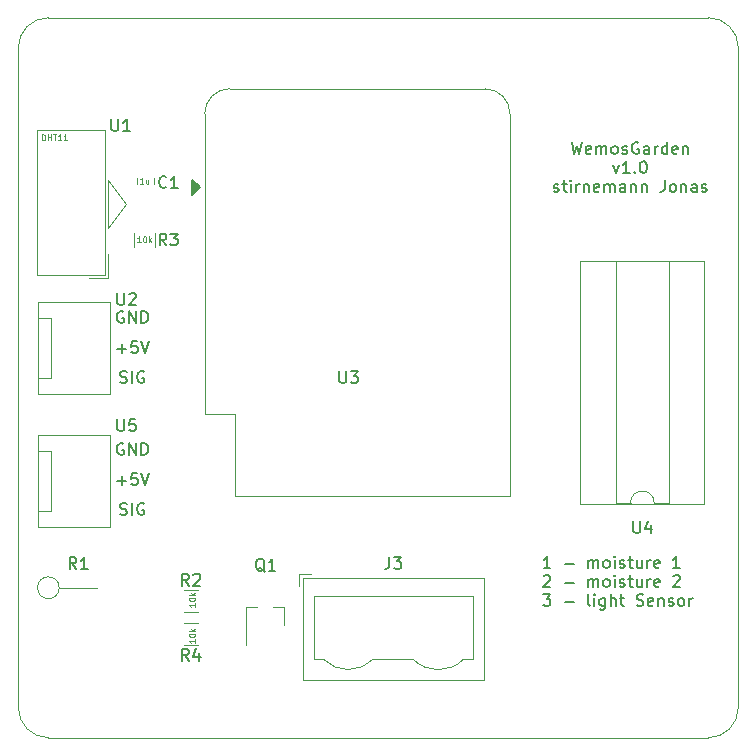
<source format=gbr>
G04 #@! TF.GenerationSoftware,KiCad,Pcbnew,(6.0.8)*
G04 #@! TF.CreationDate,2022-10-28T18:58:48+02:00*
G04 #@! TF.ProjectId,gardenWemos,67617264-656e-4576-956d-6f732e6b6963,rev?*
G04 #@! TF.SameCoordinates,Original*
G04 #@! TF.FileFunction,Legend,Top*
G04 #@! TF.FilePolarity,Positive*
%FSLAX46Y46*%
G04 Gerber Fmt 4.6, Leading zero omitted, Abs format (unit mm)*
G04 Created by KiCad (PCBNEW (6.0.8)) date 2022-10-28 18:58:48*
%MOMM*%
%LPD*%
G01*
G04 APERTURE LIST*
%ADD10C,0.125000*%
%ADD11C,0.120000*%
%ADD12C,0.150000*%
G04 #@! TA.AperFunction,Profile*
%ADD13C,0.050000*%
G04 #@! TD*
G04 APERTURE END LIST*
D10*
X118320476Y-82014190D02*
X118320476Y-81514190D01*
X118439523Y-81514190D01*
X118510952Y-81538000D01*
X118558571Y-81585619D01*
X118582380Y-81633238D01*
X118606190Y-81728476D01*
X118606190Y-81799904D01*
X118582380Y-81895142D01*
X118558571Y-81942761D01*
X118510952Y-81990380D01*
X118439523Y-82014190D01*
X118320476Y-82014190D01*
X118820476Y-82014190D02*
X118820476Y-81514190D01*
X118820476Y-81752285D02*
X119106190Y-81752285D01*
X119106190Y-82014190D02*
X119106190Y-81514190D01*
X119272857Y-81514190D02*
X119558571Y-81514190D01*
X119415714Y-82014190D02*
X119415714Y-81514190D01*
X119987142Y-82014190D02*
X119701428Y-82014190D01*
X119844285Y-82014190D02*
X119844285Y-81514190D01*
X119796666Y-81585619D01*
X119749047Y-81633238D01*
X119701428Y-81657047D01*
X120463333Y-82014190D02*
X120177619Y-82014190D01*
X120320476Y-82014190D02*
X120320476Y-81514190D01*
X120272857Y-81585619D01*
X120225238Y-81633238D01*
X120177619Y-81657047D01*
D11*
X123952000Y-89408000D02*
X123952000Y-85344000D01*
X125476000Y-87376000D02*
X123952000Y-89408000D01*
X123952000Y-85344000D02*
X125476000Y-87376000D01*
D12*
X161387404Y-118222380D02*
X160815976Y-118222380D01*
X161101690Y-118222380D02*
X161101690Y-117222380D01*
X161006452Y-117365238D01*
X160911214Y-117460476D01*
X160815976Y-117508095D01*
X162577880Y-117841428D02*
X163339785Y-117841428D01*
X164577880Y-118222380D02*
X164577880Y-117555714D01*
X164577880Y-117650952D02*
X164625500Y-117603333D01*
X164720738Y-117555714D01*
X164863595Y-117555714D01*
X164958833Y-117603333D01*
X165006452Y-117698571D01*
X165006452Y-118222380D01*
X165006452Y-117698571D02*
X165054071Y-117603333D01*
X165149309Y-117555714D01*
X165292166Y-117555714D01*
X165387404Y-117603333D01*
X165435023Y-117698571D01*
X165435023Y-118222380D01*
X166054071Y-118222380D02*
X165958833Y-118174761D01*
X165911214Y-118127142D01*
X165863595Y-118031904D01*
X165863595Y-117746190D01*
X165911214Y-117650952D01*
X165958833Y-117603333D01*
X166054071Y-117555714D01*
X166196928Y-117555714D01*
X166292166Y-117603333D01*
X166339785Y-117650952D01*
X166387404Y-117746190D01*
X166387404Y-118031904D01*
X166339785Y-118127142D01*
X166292166Y-118174761D01*
X166196928Y-118222380D01*
X166054071Y-118222380D01*
X166815976Y-118222380D02*
X166815976Y-117555714D01*
X166815976Y-117222380D02*
X166768357Y-117270000D01*
X166815976Y-117317619D01*
X166863595Y-117270000D01*
X166815976Y-117222380D01*
X166815976Y-117317619D01*
X167244547Y-118174761D02*
X167339785Y-118222380D01*
X167530261Y-118222380D01*
X167625500Y-118174761D01*
X167673119Y-118079523D01*
X167673119Y-118031904D01*
X167625500Y-117936666D01*
X167530261Y-117889047D01*
X167387404Y-117889047D01*
X167292166Y-117841428D01*
X167244547Y-117746190D01*
X167244547Y-117698571D01*
X167292166Y-117603333D01*
X167387404Y-117555714D01*
X167530261Y-117555714D01*
X167625500Y-117603333D01*
X167958833Y-117555714D02*
X168339785Y-117555714D01*
X168101690Y-117222380D02*
X168101690Y-118079523D01*
X168149309Y-118174761D01*
X168244547Y-118222380D01*
X168339785Y-118222380D01*
X169101690Y-117555714D02*
X169101690Y-118222380D01*
X168673119Y-117555714D02*
X168673119Y-118079523D01*
X168720738Y-118174761D01*
X168815976Y-118222380D01*
X168958833Y-118222380D01*
X169054071Y-118174761D01*
X169101690Y-118127142D01*
X169577880Y-118222380D02*
X169577880Y-117555714D01*
X169577880Y-117746190D02*
X169625500Y-117650952D01*
X169673119Y-117603333D01*
X169768357Y-117555714D01*
X169863595Y-117555714D01*
X170577880Y-118174761D02*
X170482642Y-118222380D01*
X170292166Y-118222380D01*
X170196928Y-118174761D01*
X170149309Y-118079523D01*
X170149309Y-117698571D01*
X170196928Y-117603333D01*
X170292166Y-117555714D01*
X170482642Y-117555714D01*
X170577880Y-117603333D01*
X170625500Y-117698571D01*
X170625500Y-117793809D01*
X170149309Y-117889047D01*
X172339785Y-118222380D02*
X171768357Y-118222380D01*
X172054071Y-118222380D02*
X172054071Y-117222380D01*
X171958833Y-117365238D01*
X171863595Y-117460476D01*
X171768357Y-117508095D01*
X160815976Y-118927619D02*
X160863595Y-118880000D01*
X160958833Y-118832380D01*
X161196928Y-118832380D01*
X161292166Y-118880000D01*
X161339785Y-118927619D01*
X161387404Y-119022857D01*
X161387404Y-119118095D01*
X161339785Y-119260952D01*
X160768357Y-119832380D01*
X161387404Y-119832380D01*
X162577880Y-119451428D02*
X163339785Y-119451428D01*
X164577880Y-119832380D02*
X164577880Y-119165714D01*
X164577880Y-119260952D02*
X164625500Y-119213333D01*
X164720738Y-119165714D01*
X164863595Y-119165714D01*
X164958833Y-119213333D01*
X165006452Y-119308571D01*
X165006452Y-119832380D01*
X165006452Y-119308571D02*
X165054071Y-119213333D01*
X165149309Y-119165714D01*
X165292166Y-119165714D01*
X165387404Y-119213333D01*
X165435023Y-119308571D01*
X165435023Y-119832380D01*
X166054071Y-119832380D02*
X165958833Y-119784761D01*
X165911214Y-119737142D01*
X165863595Y-119641904D01*
X165863595Y-119356190D01*
X165911214Y-119260952D01*
X165958833Y-119213333D01*
X166054071Y-119165714D01*
X166196928Y-119165714D01*
X166292166Y-119213333D01*
X166339785Y-119260952D01*
X166387404Y-119356190D01*
X166387404Y-119641904D01*
X166339785Y-119737142D01*
X166292166Y-119784761D01*
X166196928Y-119832380D01*
X166054071Y-119832380D01*
X166815976Y-119832380D02*
X166815976Y-119165714D01*
X166815976Y-118832380D02*
X166768357Y-118880000D01*
X166815976Y-118927619D01*
X166863595Y-118880000D01*
X166815976Y-118832380D01*
X166815976Y-118927619D01*
X167244547Y-119784761D02*
X167339785Y-119832380D01*
X167530261Y-119832380D01*
X167625500Y-119784761D01*
X167673119Y-119689523D01*
X167673119Y-119641904D01*
X167625500Y-119546666D01*
X167530261Y-119499047D01*
X167387404Y-119499047D01*
X167292166Y-119451428D01*
X167244547Y-119356190D01*
X167244547Y-119308571D01*
X167292166Y-119213333D01*
X167387404Y-119165714D01*
X167530261Y-119165714D01*
X167625500Y-119213333D01*
X167958833Y-119165714D02*
X168339785Y-119165714D01*
X168101690Y-118832380D02*
X168101690Y-119689523D01*
X168149309Y-119784761D01*
X168244547Y-119832380D01*
X168339785Y-119832380D01*
X169101690Y-119165714D02*
X169101690Y-119832380D01*
X168673119Y-119165714D02*
X168673119Y-119689523D01*
X168720738Y-119784761D01*
X168815976Y-119832380D01*
X168958833Y-119832380D01*
X169054071Y-119784761D01*
X169101690Y-119737142D01*
X169577880Y-119832380D02*
X169577880Y-119165714D01*
X169577880Y-119356190D02*
X169625500Y-119260952D01*
X169673119Y-119213333D01*
X169768357Y-119165714D01*
X169863595Y-119165714D01*
X170577880Y-119784761D02*
X170482642Y-119832380D01*
X170292166Y-119832380D01*
X170196928Y-119784761D01*
X170149309Y-119689523D01*
X170149309Y-119308571D01*
X170196928Y-119213333D01*
X170292166Y-119165714D01*
X170482642Y-119165714D01*
X170577880Y-119213333D01*
X170625500Y-119308571D01*
X170625500Y-119403809D01*
X170149309Y-119499047D01*
X171768357Y-118927619D02*
X171815976Y-118880000D01*
X171911214Y-118832380D01*
X172149309Y-118832380D01*
X172244547Y-118880000D01*
X172292166Y-118927619D01*
X172339785Y-119022857D01*
X172339785Y-119118095D01*
X172292166Y-119260952D01*
X171720738Y-119832380D01*
X172339785Y-119832380D01*
X160768357Y-120442380D02*
X161387404Y-120442380D01*
X161054071Y-120823333D01*
X161196928Y-120823333D01*
X161292166Y-120870952D01*
X161339785Y-120918571D01*
X161387404Y-121013809D01*
X161387404Y-121251904D01*
X161339785Y-121347142D01*
X161292166Y-121394761D01*
X161196928Y-121442380D01*
X160911214Y-121442380D01*
X160815976Y-121394761D01*
X160768357Y-121347142D01*
X162577880Y-121061428D02*
X163339785Y-121061428D01*
X164720738Y-121442380D02*
X164625500Y-121394761D01*
X164577880Y-121299523D01*
X164577880Y-120442380D01*
X165101690Y-121442380D02*
X165101690Y-120775714D01*
X165101690Y-120442380D02*
X165054071Y-120490000D01*
X165101690Y-120537619D01*
X165149309Y-120490000D01*
X165101690Y-120442380D01*
X165101690Y-120537619D01*
X166006452Y-120775714D02*
X166006452Y-121585238D01*
X165958833Y-121680476D01*
X165911214Y-121728095D01*
X165815976Y-121775714D01*
X165673119Y-121775714D01*
X165577880Y-121728095D01*
X166006452Y-121394761D02*
X165911214Y-121442380D01*
X165720738Y-121442380D01*
X165625500Y-121394761D01*
X165577880Y-121347142D01*
X165530261Y-121251904D01*
X165530261Y-120966190D01*
X165577880Y-120870952D01*
X165625500Y-120823333D01*
X165720738Y-120775714D01*
X165911214Y-120775714D01*
X166006452Y-120823333D01*
X166482642Y-121442380D02*
X166482642Y-120442380D01*
X166911214Y-121442380D02*
X166911214Y-120918571D01*
X166863595Y-120823333D01*
X166768357Y-120775714D01*
X166625500Y-120775714D01*
X166530261Y-120823333D01*
X166482642Y-120870952D01*
X167244547Y-120775714D02*
X167625500Y-120775714D01*
X167387404Y-120442380D02*
X167387404Y-121299523D01*
X167435023Y-121394761D01*
X167530261Y-121442380D01*
X167625500Y-121442380D01*
X168673119Y-121394761D02*
X168815976Y-121442380D01*
X169054071Y-121442380D01*
X169149309Y-121394761D01*
X169196928Y-121347142D01*
X169244547Y-121251904D01*
X169244547Y-121156666D01*
X169196928Y-121061428D01*
X169149309Y-121013809D01*
X169054071Y-120966190D01*
X168863595Y-120918571D01*
X168768357Y-120870952D01*
X168720738Y-120823333D01*
X168673119Y-120728095D01*
X168673119Y-120632857D01*
X168720738Y-120537619D01*
X168768357Y-120490000D01*
X168863595Y-120442380D01*
X169101690Y-120442380D01*
X169244547Y-120490000D01*
X170054071Y-121394761D02*
X169958833Y-121442380D01*
X169768357Y-121442380D01*
X169673119Y-121394761D01*
X169625500Y-121299523D01*
X169625500Y-120918571D01*
X169673119Y-120823333D01*
X169768357Y-120775714D01*
X169958833Y-120775714D01*
X170054071Y-120823333D01*
X170101690Y-120918571D01*
X170101690Y-121013809D01*
X169625500Y-121109047D01*
X170530261Y-120775714D02*
X170530261Y-121442380D01*
X170530261Y-120870952D02*
X170577880Y-120823333D01*
X170673119Y-120775714D01*
X170815976Y-120775714D01*
X170911214Y-120823333D01*
X170958833Y-120918571D01*
X170958833Y-121442380D01*
X171387404Y-121394761D02*
X171482642Y-121442380D01*
X171673119Y-121442380D01*
X171768357Y-121394761D01*
X171815976Y-121299523D01*
X171815976Y-121251904D01*
X171768357Y-121156666D01*
X171673119Y-121109047D01*
X171530261Y-121109047D01*
X171435023Y-121061428D01*
X171387404Y-120966190D01*
X171387404Y-120918571D01*
X171435023Y-120823333D01*
X171530261Y-120775714D01*
X171673119Y-120775714D01*
X171768357Y-120823333D01*
X172387404Y-121442380D02*
X172292166Y-121394761D01*
X172244547Y-121347142D01*
X172196928Y-121251904D01*
X172196928Y-120966190D01*
X172244547Y-120870952D01*
X172292166Y-120823333D01*
X172387404Y-120775714D01*
X172530261Y-120775714D01*
X172625500Y-120823333D01*
X172673119Y-120870952D01*
X172720738Y-120966190D01*
X172720738Y-121251904D01*
X172673119Y-121347142D01*
X172625500Y-121394761D01*
X172530261Y-121442380D01*
X172387404Y-121442380D01*
X173149309Y-121442380D02*
X173149309Y-120775714D01*
X173149309Y-120966190D02*
X173196928Y-120870952D01*
X173244547Y-120823333D01*
X173339785Y-120775714D01*
X173435023Y-120775714D01*
X163171809Y-82170380D02*
X163409904Y-83170380D01*
X163600380Y-82456095D01*
X163790857Y-83170380D01*
X164028952Y-82170380D01*
X164790857Y-83122761D02*
X164695619Y-83170380D01*
X164505142Y-83170380D01*
X164409904Y-83122761D01*
X164362285Y-83027523D01*
X164362285Y-82646571D01*
X164409904Y-82551333D01*
X164505142Y-82503714D01*
X164695619Y-82503714D01*
X164790857Y-82551333D01*
X164838476Y-82646571D01*
X164838476Y-82741809D01*
X164362285Y-82837047D01*
X165267047Y-83170380D02*
X165267047Y-82503714D01*
X165267047Y-82598952D02*
X165314666Y-82551333D01*
X165409904Y-82503714D01*
X165552761Y-82503714D01*
X165648000Y-82551333D01*
X165695619Y-82646571D01*
X165695619Y-83170380D01*
X165695619Y-82646571D02*
X165743238Y-82551333D01*
X165838476Y-82503714D01*
X165981333Y-82503714D01*
X166076571Y-82551333D01*
X166124190Y-82646571D01*
X166124190Y-83170380D01*
X166743238Y-83170380D02*
X166648000Y-83122761D01*
X166600380Y-83075142D01*
X166552761Y-82979904D01*
X166552761Y-82694190D01*
X166600380Y-82598952D01*
X166648000Y-82551333D01*
X166743238Y-82503714D01*
X166886095Y-82503714D01*
X166981333Y-82551333D01*
X167028952Y-82598952D01*
X167076571Y-82694190D01*
X167076571Y-82979904D01*
X167028952Y-83075142D01*
X166981333Y-83122761D01*
X166886095Y-83170380D01*
X166743238Y-83170380D01*
X167457523Y-83122761D02*
X167552761Y-83170380D01*
X167743238Y-83170380D01*
X167838476Y-83122761D01*
X167886095Y-83027523D01*
X167886095Y-82979904D01*
X167838476Y-82884666D01*
X167743238Y-82837047D01*
X167600380Y-82837047D01*
X167505142Y-82789428D01*
X167457523Y-82694190D01*
X167457523Y-82646571D01*
X167505142Y-82551333D01*
X167600380Y-82503714D01*
X167743238Y-82503714D01*
X167838476Y-82551333D01*
X168838476Y-82218000D02*
X168743238Y-82170380D01*
X168600380Y-82170380D01*
X168457523Y-82218000D01*
X168362285Y-82313238D01*
X168314666Y-82408476D01*
X168267047Y-82598952D01*
X168267047Y-82741809D01*
X168314666Y-82932285D01*
X168362285Y-83027523D01*
X168457523Y-83122761D01*
X168600380Y-83170380D01*
X168695619Y-83170380D01*
X168838476Y-83122761D01*
X168886095Y-83075142D01*
X168886095Y-82741809D01*
X168695619Y-82741809D01*
X169743238Y-83170380D02*
X169743238Y-82646571D01*
X169695619Y-82551333D01*
X169600380Y-82503714D01*
X169409904Y-82503714D01*
X169314666Y-82551333D01*
X169743238Y-83122761D02*
X169648000Y-83170380D01*
X169409904Y-83170380D01*
X169314666Y-83122761D01*
X169267047Y-83027523D01*
X169267047Y-82932285D01*
X169314666Y-82837047D01*
X169409904Y-82789428D01*
X169648000Y-82789428D01*
X169743238Y-82741809D01*
X170219428Y-83170380D02*
X170219428Y-82503714D01*
X170219428Y-82694190D02*
X170267047Y-82598952D01*
X170314666Y-82551333D01*
X170409904Y-82503714D01*
X170505142Y-82503714D01*
X171267047Y-83170380D02*
X171267047Y-82170380D01*
X171267047Y-83122761D02*
X171171809Y-83170380D01*
X170981333Y-83170380D01*
X170886095Y-83122761D01*
X170838476Y-83075142D01*
X170790857Y-82979904D01*
X170790857Y-82694190D01*
X170838476Y-82598952D01*
X170886095Y-82551333D01*
X170981333Y-82503714D01*
X171171809Y-82503714D01*
X171267047Y-82551333D01*
X172124190Y-83122761D02*
X172028952Y-83170380D01*
X171838476Y-83170380D01*
X171743238Y-83122761D01*
X171695619Y-83027523D01*
X171695619Y-82646571D01*
X171743238Y-82551333D01*
X171838476Y-82503714D01*
X172028952Y-82503714D01*
X172124190Y-82551333D01*
X172171809Y-82646571D01*
X172171809Y-82741809D01*
X171695619Y-82837047D01*
X172600380Y-82503714D02*
X172600380Y-83170380D01*
X172600380Y-82598952D02*
X172648000Y-82551333D01*
X172743238Y-82503714D01*
X172886095Y-82503714D01*
X172981333Y-82551333D01*
X173028952Y-82646571D01*
X173028952Y-83170380D01*
X166719428Y-84113714D02*
X166957523Y-84780380D01*
X167195619Y-84113714D01*
X168100380Y-84780380D02*
X167528952Y-84780380D01*
X167814666Y-84780380D02*
X167814666Y-83780380D01*
X167719428Y-83923238D01*
X167624190Y-84018476D01*
X167528952Y-84066095D01*
X168528952Y-84685142D02*
X168576571Y-84732761D01*
X168528952Y-84780380D01*
X168481333Y-84732761D01*
X168528952Y-84685142D01*
X168528952Y-84780380D01*
X169195619Y-83780380D02*
X169290857Y-83780380D01*
X169386095Y-83828000D01*
X169433714Y-83875619D01*
X169481333Y-83970857D01*
X169528952Y-84161333D01*
X169528952Y-84399428D01*
X169481333Y-84589904D01*
X169433714Y-84685142D01*
X169386095Y-84732761D01*
X169290857Y-84780380D01*
X169195619Y-84780380D01*
X169100380Y-84732761D01*
X169052761Y-84685142D01*
X169005142Y-84589904D01*
X168957523Y-84399428D01*
X168957523Y-84161333D01*
X169005142Y-83970857D01*
X169052761Y-83875619D01*
X169100380Y-83828000D01*
X169195619Y-83780380D01*
X161671809Y-86342761D02*
X161767047Y-86390380D01*
X161957523Y-86390380D01*
X162052761Y-86342761D01*
X162100380Y-86247523D01*
X162100380Y-86199904D01*
X162052761Y-86104666D01*
X161957523Y-86057047D01*
X161814666Y-86057047D01*
X161719428Y-86009428D01*
X161671809Y-85914190D01*
X161671809Y-85866571D01*
X161719428Y-85771333D01*
X161814666Y-85723714D01*
X161957523Y-85723714D01*
X162052761Y-85771333D01*
X162386095Y-85723714D02*
X162767047Y-85723714D01*
X162528952Y-85390380D02*
X162528952Y-86247523D01*
X162576571Y-86342761D01*
X162671809Y-86390380D01*
X162767047Y-86390380D01*
X163100380Y-86390380D02*
X163100380Y-85723714D01*
X163100380Y-85390380D02*
X163052761Y-85438000D01*
X163100380Y-85485619D01*
X163148000Y-85438000D01*
X163100380Y-85390380D01*
X163100380Y-85485619D01*
X163576571Y-86390380D02*
X163576571Y-85723714D01*
X163576571Y-85914190D02*
X163624190Y-85818952D01*
X163671809Y-85771333D01*
X163767047Y-85723714D01*
X163862285Y-85723714D01*
X164195619Y-85723714D02*
X164195619Y-86390380D01*
X164195619Y-85818952D02*
X164243238Y-85771333D01*
X164338476Y-85723714D01*
X164481333Y-85723714D01*
X164576571Y-85771333D01*
X164624190Y-85866571D01*
X164624190Y-86390380D01*
X165481333Y-86342761D02*
X165386095Y-86390380D01*
X165195619Y-86390380D01*
X165100380Y-86342761D01*
X165052761Y-86247523D01*
X165052761Y-85866571D01*
X165100380Y-85771333D01*
X165195619Y-85723714D01*
X165386095Y-85723714D01*
X165481333Y-85771333D01*
X165528952Y-85866571D01*
X165528952Y-85961809D01*
X165052761Y-86057047D01*
X165957523Y-86390380D02*
X165957523Y-85723714D01*
X165957523Y-85818952D02*
X166005142Y-85771333D01*
X166100380Y-85723714D01*
X166243238Y-85723714D01*
X166338476Y-85771333D01*
X166386095Y-85866571D01*
X166386095Y-86390380D01*
X166386095Y-85866571D02*
X166433714Y-85771333D01*
X166528952Y-85723714D01*
X166671809Y-85723714D01*
X166767047Y-85771333D01*
X166814666Y-85866571D01*
X166814666Y-86390380D01*
X167719428Y-86390380D02*
X167719428Y-85866571D01*
X167671809Y-85771333D01*
X167576571Y-85723714D01*
X167386095Y-85723714D01*
X167290857Y-85771333D01*
X167719428Y-86342761D02*
X167624190Y-86390380D01*
X167386095Y-86390380D01*
X167290857Y-86342761D01*
X167243238Y-86247523D01*
X167243238Y-86152285D01*
X167290857Y-86057047D01*
X167386095Y-86009428D01*
X167624190Y-86009428D01*
X167719428Y-85961809D01*
X168195619Y-85723714D02*
X168195619Y-86390380D01*
X168195619Y-85818952D02*
X168243238Y-85771333D01*
X168338476Y-85723714D01*
X168481333Y-85723714D01*
X168576571Y-85771333D01*
X168624190Y-85866571D01*
X168624190Y-86390380D01*
X169100380Y-85723714D02*
X169100380Y-86390380D01*
X169100380Y-85818952D02*
X169148000Y-85771333D01*
X169243238Y-85723714D01*
X169386095Y-85723714D01*
X169481333Y-85771333D01*
X169528952Y-85866571D01*
X169528952Y-86390380D01*
X171052761Y-85390380D02*
X171052761Y-86104666D01*
X171005142Y-86247523D01*
X170909904Y-86342761D01*
X170767047Y-86390380D01*
X170671809Y-86390380D01*
X171671809Y-86390380D02*
X171576571Y-86342761D01*
X171528952Y-86295142D01*
X171481333Y-86199904D01*
X171481333Y-85914190D01*
X171528952Y-85818952D01*
X171576571Y-85771333D01*
X171671809Y-85723714D01*
X171814666Y-85723714D01*
X171909904Y-85771333D01*
X171957523Y-85818952D01*
X172005142Y-85914190D01*
X172005142Y-86199904D01*
X171957523Y-86295142D01*
X171909904Y-86342761D01*
X171814666Y-86390380D01*
X171671809Y-86390380D01*
X172433714Y-85723714D02*
X172433714Y-86390380D01*
X172433714Y-85818952D02*
X172481333Y-85771333D01*
X172576571Y-85723714D01*
X172719428Y-85723714D01*
X172814666Y-85771333D01*
X172862285Y-85866571D01*
X172862285Y-86390380D01*
X173767047Y-86390380D02*
X173767047Y-85866571D01*
X173719428Y-85771333D01*
X173624190Y-85723714D01*
X173433714Y-85723714D01*
X173338476Y-85771333D01*
X173767047Y-86342761D02*
X173671809Y-86390380D01*
X173433714Y-86390380D01*
X173338476Y-86342761D01*
X173290857Y-86247523D01*
X173290857Y-86152285D01*
X173338476Y-86057047D01*
X173433714Y-86009428D01*
X173671809Y-86009428D01*
X173767047Y-85961809D01*
X174195619Y-86342761D02*
X174290857Y-86390380D01*
X174481333Y-86390380D01*
X174576571Y-86342761D01*
X174624190Y-86247523D01*
X174624190Y-86199904D01*
X174576571Y-86104666D01*
X174481333Y-86057047D01*
X174338476Y-86057047D01*
X174243238Y-86009428D01*
X174195619Y-85914190D01*
X174195619Y-85866571D01*
X174243238Y-85771333D01*
X174338476Y-85723714D01*
X174481333Y-85723714D01*
X174576571Y-85771333D01*
D10*
X126916666Y-85675690D02*
X126630952Y-85675690D01*
X126773809Y-85675690D02*
X126773809Y-85175690D01*
X126726190Y-85247119D01*
X126678571Y-85294738D01*
X126630952Y-85318547D01*
X127345238Y-85342357D02*
X127345238Y-85675690D01*
X127130952Y-85342357D02*
X127130952Y-85604261D01*
X127154761Y-85651880D01*
X127202380Y-85675690D01*
X127273809Y-85675690D01*
X127321428Y-85651880D01*
X127345238Y-85628071D01*
X126702380Y-90650190D02*
X126416666Y-90650190D01*
X126559523Y-90650190D02*
X126559523Y-90150190D01*
X126511904Y-90221619D01*
X126464285Y-90269238D01*
X126416666Y-90293047D01*
X127011904Y-90150190D02*
X127059523Y-90150190D01*
X127107142Y-90174000D01*
X127130952Y-90197809D01*
X127154761Y-90245428D01*
X127178571Y-90340666D01*
X127178571Y-90459714D01*
X127154761Y-90554952D01*
X127130952Y-90602571D01*
X127107142Y-90626380D01*
X127059523Y-90650190D01*
X127011904Y-90650190D01*
X126964285Y-90626380D01*
X126940476Y-90602571D01*
X126916666Y-90554952D01*
X126892857Y-90459714D01*
X126892857Y-90340666D01*
X126916666Y-90245428D01*
X126940476Y-90197809D01*
X126964285Y-90174000D01*
X127011904Y-90150190D01*
X127392857Y-90650190D02*
X127392857Y-90150190D01*
X127440476Y-90459714D02*
X127583333Y-90650190D01*
X127583333Y-90316857D02*
X127392857Y-90507333D01*
X131290190Y-124249619D02*
X131290190Y-124535333D01*
X131290190Y-124392476D02*
X130790190Y-124392476D01*
X130861619Y-124440095D01*
X130909238Y-124487714D01*
X130933047Y-124535333D01*
X130790190Y-123940095D02*
X130790190Y-123892476D01*
X130814000Y-123844857D01*
X130837809Y-123821047D01*
X130885428Y-123797238D01*
X130980666Y-123773428D01*
X131099714Y-123773428D01*
X131194952Y-123797238D01*
X131242571Y-123821047D01*
X131266380Y-123844857D01*
X131290190Y-123892476D01*
X131290190Y-123940095D01*
X131266380Y-123987714D01*
X131242571Y-124011523D01*
X131194952Y-124035333D01*
X131099714Y-124059142D01*
X130980666Y-124059142D01*
X130885428Y-124035333D01*
X130837809Y-124011523D01*
X130814000Y-123987714D01*
X130790190Y-123940095D01*
X131290190Y-123559142D02*
X130790190Y-123559142D01*
X131099714Y-123511523D02*
X131290190Y-123368666D01*
X130956857Y-123368666D02*
X131147333Y-123559142D01*
X131290190Y-121201619D02*
X131290190Y-121487333D01*
X131290190Y-121344476D02*
X130790190Y-121344476D01*
X130861619Y-121392095D01*
X130909238Y-121439714D01*
X130933047Y-121487333D01*
X130790190Y-120892095D02*
X130790190Y-120844476D01*
X130814000Y-120796857D01*
X130837809Y-120773047D01*
X130885428Y-120749238D01*
X130980666Y-120725428D01*
X131099714Y-120725428D01*
X131194952Y-120749238D01*
X131242571Y-120773047D01*
X131266380Y-120796857D01*
X131290190Y-120844476D01*
X131290190Y-120892095D01*
X131266380Y-120939714D01*
X131242571Y-120963523D01*
X131194952Y-120987333D01*
X131099714Y-121011142D01*
X130980666Y-121011142D01*
X130885428Y-120987333D01*
X130837809Y-120963523D01*
X130814000Y-120939714D01*
X130790190Y-120892095D01*
X131290190Y-120511142D02*
X130790190Y-120511142D01*
X131099714Y-120463523D02*
X131290190Y-120320666D01*
X130956857Y-120320666D02*
X131147333Y-120511142D01*
D12*
X124960190Y-113688761D02*
X125103047Y-113736380D01*
X125341142Y-113736380D01*
X125436380Y-113688761D01*
X125484000Y-113641142D01*
X125531619Y-113545904D01*
X125531619Y-113450666D01*
X125484000Y-113355428D01*
X125436380Y-113307809D01*
X125341142Y-113260190D01*
X125150666Y-113212571D01*
X125055428Y-113164952D01*
X125007809Y-113117333D01*
X124960190Y-113022095D01*
X124960190Y-112926857D01*
X125007809Y-112831619D01*
X125055428Y-112784000D01*
X125150666Y-112736380D01*
X125388761Y-112736380D01*
X125531619Y-112784000D01*
X125960190Y-113736380D02*
X125960190Y-112736380D01*
X126960190Y-112784000D02*
X126864952Y-112736380D01*
X126722095Y-112736380D01*
X126579238Y-112784000D01*
X126484000Y-112879238D01*
X126436380Y-112974476D01*
X126388761Y-113164952D01*
X126388761Y-113307809D01*
X126436380Y-113498285D01*
X126484000Y-113593523D01*
X126579238Y-113688761D01*
X126722095Y-113736380D01*
X126817333Y-113736380D01*
X126960190Y-113688761D01*
X127007809Y-113641142D01*
X127007809Y-113307809D01*
X126817333Y-113307809D01*
X125222095Y-107704000D02*
X125126857Y-107656380D01*
X124984000Y-107656380D01*
X124841142Y-107704000D01*
X124745904Y-107799238D01*
X124698285Y-107894476D01*
X124650666Y-108084952D01*
X124650666Y-108227809D01*
X124698285Y-108418285D01*
X124745904Y-108513523D01*
X124841142Y-108608761D01*
X124984000Y-108656380D01*
X125079238Y-108656380D01*
X125222095Y-108608761D01*
X125269714Y-108561142D01*
X125269714Y-108227809D01*
X125079238Y-108227809D01*
X125698285Y-108656380D02*
X125698285Y-107656380D01*
X126269714Y-108656380D01*
X126269714Y-107656380D01*
X126745904Y-108656380D02*
X126745904Y-107656380D01*
X126984000Y-107656380D01*
X127126857Y-107704000D01*
X127222095Y-107799238D01*
X127269714Y-107894476D01*
X127317333Y-108084952D01*
X127317333Y-108227809D01*
X127269714Y-108418285D01*
X127222095Y-108513523D01*
X127126857Y-108608761D01*
X126984000Y-108656380D01*
X126745904Y-108656380D01*
X124698285Y-110815428D02*
X125460190Y-110815428D01*
X125079238Y-111196380D02*
X125079238Y-110434476D01*
X126412571Y-110196380D02*
X125936380Y-110196380D01*
X125888761Y-110672571D01*
X125936380Y-110624952D01*
X126031619Y-110577333D01*
X126269714Y-110577333D01*
X126364952Y-110624952D01*
X126412571Y-110672571D01*
X126460190Y-110767809D01*
X126460190Y-111005904D01*
X126412571Y-111101142D01*
X126364952Y-111148761D01*
X126269714Y-111196380D01*
X126031619Y-111196380D01*
X125936380Y-111148761D01*
X125888761Y-111101142D01*
X126745904Y-110196380D02*
X127079238Y-111196380D01*
X127412571Y-110196380D01*
X124960190Y-102512761D02*
X125103047Y-102560380D01*
X125341142Y-102560380D01*
X125436380Y-102512761D01*
X125484000Y-102465142D01*
X125531619Y-102369904D01*
X125531619Y-102274666D01*
X125484000Y-102179428D01*
X125436380Y-102131809D01*
X125341142Y-102084190D01*
X125150666Y-102036571D01*
X125055428Y-101988952D01*
X125007809Y-101941333D01*
X124960190Y-101846095D01*
X124960190Y-101750857D01*
X125007809Y-101655619D01*
X125055428Y-101608000D01*
X125150666Y-101560380D01*
X125388761Y-101560380D01*
X125531619Y-101608000D01*
X125960190Y-102560380D02*
X125960190Y-101560380D01*
X126960190Y-101608000D02*
X126864952Y-101560380D01*
X126722095Y-101560380D01*
X126579238Y-101608000D01*
X126484000Y-101703238D01*
X126436380Y-101798476D01*
X126388761Y-101988952D01*
X126388761Y-102131809D01*
X126436380Y-102322285D01*
X126484000Y-102417523D01*
X126579238Y-102512761D01*
X126722095Y-102560380D01*
X126817333Y-102560380D01*
X126960190Y-102512761D01*
X127007809Y-102465142D01*
X127007809Y-102131809D01*
X126817333Y-102131809D01*
X124698285Y-99639428D02*
X125460190Y-99639428D01*
X125079238Y-100020380D02*
X125079238Y-99258476D01*
X126412571Y-99020380D02*
X125936380Y-99020380D01*
X125888761Y-99496571D01*
X125936380Y-99448952D01*
X126031619Y-99401333D01*
X126269714Y-99401333D01*
X126364952Y-99448952D01*
X126412571Y-99496571D01*
X126460190Y-99591809D01*
X126460190Y-99829904D01*
X126412571Y-99925142D01*
X126364952Y-99972761D01*
X126269714Y-100020380D01*
X126031619Y-100020380D01*
X125936380Y-99972761D01*
X125888761Y-99925142D01*
X126745904Y-99020380D02*
X127079238Y-100020380D01*
X127412571Y-99020380D01*
X125222095Y-96528000D02*
X125126857Y-96480380D01*
X124984000Y-96480380D01*
X124841142Y-96528000D01*
X124745904Y-96623238D01*
X124698285Y-96718476D01*
X124650666Y-96908952D01*
X124650666Y-97051809D01*
X124698285Y-97242285D01*
X124745904Y-97337523D01*
X124841142Y-97432761D01*
X124984000Y-97480380D01*
X125079238Y-97480380D01*
X125222095Y-97432761D01*
X125269714Y-97385142D01*
X125269714Y-97051809D01*
X125079238Y-97051809D01*
X125698285Y-97480380D02*
X125698285Y-96480380D01*
X126269714Y-97480380D01*
X126269714Y-96480380D01*
X126745904Y-97480380D02*
X126745904Y-96480380D01*
X126984000Y-96480380D01*
X127126857Y-96528000D01*
X127222095Y-96623238D01*
X127269714Y-96718476D01*
X127317333Y-96908952D01*
X127317333Y-97051809D01*
X127269714Y-97242285D01*
X127222095Y-97337523D01*
X127126857Y-97432761D01*
X126984000Y-97480380D01*
X126745904Y-97480380D01*
D13*
X174752000Y-132588000D02*
G75*
G03*
X177292000Y-130048000I0J2540000D01*
G01*
X116332000Y-130048000D02*
G75*
G03*
X118872000Y-132588000I2540000J0D01*
G01*
X118872000Y-71628000D02*
G75*
G03*
X116332000Y-74168000I0J-2540000D01*
G01*
X177292000Y-74168000D02*
G75*
G03*
X174752000Y-71628000I-2540000J0D01*
G01*
X118872000Y-71628000D02*
X174752000Y-71628000D01*
X116332000Y-130048000D02*
X116332000Y-74168000D01*
X118872000Y-132588000D02*
X174752000Y-132588000D01*
X177292000Y-74168000D02*
X177292000Y-130048000D01*
D12*
X124714095Y-94956380D02*
X124714095Y-95765904D01*
X124761714Y-95861142D01*
X124809333Y-95908761D01*
X124904571Y-95956380D01*
X125095047Y-95956380D01*
X125190285Y-95908761D01*
X125237904Y-95861142D01*
X125285523Y-95765904D01*
X125285523Y-94956380D01*
X125714095Y-95051619D02*
X125761714Y-95004000D01*
X125856952Y-94956380D01*
X126095047Y-94956380D01*
X126190285Y-95004000D01*
X126237904Y-95051619D01*
X126285523Y-95146857D01*
X126285523Y-95242095D01*
X126237904Y-95384952D01*
X125666476Y-95956380D01*
X126285523Y-95956380D01*
X128865333Y-90912880D02*
X128532000Y-90436690D01*
X128293904Y-90912880D02*
X128293904Y-89912880D01*
X128674857Y-89912880D01*
X128770095Y-89960500D01*
X128817714Y-90008119D01*
X128865333Y-90103357D01*
X128865333Y-90246214D01*
X128817714Y-90341452D01*
X128770095Y-90389071D01*
X128674857Y-90436690D01*
X128293904Y-90436690D01*
X129198666Y-89912880D02*
X129817714Y-89912880D01*
X129484380Y-90293833D01*
X129627238Y-90293833D01*
X129722476Y-90341452D01*
X129770095Y-90389071D01*
X129817714Y-90484309D01*
X129817714Y-90722404D01*
X129770095Y-90817642D01*
X129722476Y-90865261D01*
X129627238Y-90912880D01*
X129341523Y-90912880D01*
X129246285Y-90865261D01*
X129198666Y-90817642D01*
X124206095Y-80224380D02*
X124206095Y-81033904D01*
X124253714Y-81129142D01*
X124301333Y-81176761D01*
X124396571Y-81224380D01*
X124587047Y-81224380D01*
X124682285Y-81176761D01*
X124729904Y-81129142D01*
X124777523Y-81033904D01*
X124777523Y-80224380D01*
X125777523Y-81224380D02*
X125206095Y-81224380D01*
X125491809Y-81224380D02*
X125491809Y-80224380D01*
X125396571Y-80367238D01*
X125301333Y-80462476D01*
X125206095Y-80510095D01*
X128865333Y-85955142D02*
X128817714Y-86002761D01*
X128674857Y-86050380D01*
X128579619Y-86050380D01*
X128436761Y-86002761D01*
X128341523Y-85907523D01*
X128293904Y-85812285D01*
X128246285Y-85621809D01*
X128246285Y-85478952D01*
X128293904Y-85288476D01*
X128341523Y-85193238D01*
X128436761Y-85098000D01*
X128579619Y-85050380D01*
X128674857Y-85050380D01*
X128817714Y-85098000D01*
X128865333Y-85145619D01*
X129817714Y-86050380D02*
X129246285Y-86050380D01*
X129532000Y-86050380D02*
X129532000Y-85050380D01*
X129436761Y-85193238D01*
X129341523Y-85288476D01*
X129246285Y-85336095D01*
X147748666Y-117277380D02*
X147748666Y-117991666D01*
X147701047Y-118134523D01*
X147605809Y-118229761D01*
X147462952Y-118277380D01*
X147367714Y-118277380D01*
X148129619Y-117277380D02*
X148748666Y-117277380D01*
X148415333Y-117658333D01*
X148558190Y-117658333D01*
X148653428Y-117705952D01*
X148701047Y-117753571D01*
X148748666Y-117848809D01*
X148748666Y-118086904D01*
X148701047Y-118182142D01*
X148653428Y-118229761D01*
X148558190Y-118277380D01*
X148272476Y-118277380D01*
X148177238Y-118229761D01*
X148129619Y-118182142D01*
X137191761Y-118530619D02*
X137096523Y-118483000D01*
X137001285Y-118387761D01*
X136858428Y-118244904D01*
X136763190Y-118197285D01*
X136667952Y-118197285D01*
X136715571Y-118435380D02*
X136620333Y-118387761D01*
X136525095Y-118292523D01*
X136477476Y-118102047D01*
X136477476Y-117768714D01*
X136525095Y-117578238D01*
X136620333Y-117483000D01*
X136715571Y-117435380D01*
X136906047Y-117435380D01*
X137001285Y-117483000D01*
X137096523Y-117578238D01*
X137144142Y-117768714D01*
X137144142Y-118102047D01*
X137096523Y-118292523D01*
X137001285Y-118387761D01*
X136906047Y-118435380D01*
X136715571Y-118435380D01*
X138096523Y-118435380D02*
X137525095Y-118435380D01*
X137810809Y-118435380D02*
X137810809Y-117435380D01*
X137715571Y-117578238D01*
X137620333Y-117673476D01*
X137525095Y-117721095D01*
X121245333Y-118308380D02*
X120912000Y-117832190D01*
X120673904Y-118308380D02*
X120673904Y-117308380D01*
X121054857Y-117308380D01*
X121150095Y-117356000D01*
X121197714Y-117403619D01*
X121245333Y-117498857D01*
X121245333Y-117641714D01*
X121197714Y-117736952D01*
X121150095Y-117784571D01*
X121054857Y-117832190D01*
X120673904Y-117832190D01*
X122197714Y-118308380D02*
X121626285Y-118308380D01*
X121912000Y-118308380D02*
X121912000Y-117308380D01*
X121816761Y-117451238D01*
X121721523Y-117546476D01*
X121626285Y-117594095D01*
X130770333Y-119705380D02*
X130437000Y-119229190D01*
X130198904Y-119705380D02*
X130198904Y-118705380D01*
X130579857Y-118705380D01*
X130675095Y-118753000D01*
X130722714Y-118800619D01*
X130770333Y-118895857D01*
X130770333Y-119038714D01*
X130722714Y-119133952D01*
X130675095Y-119181571D01*
X130579857Y-119229190D01*
X130198904Y-119229190D01*
X131151285Y-118800619D02*
X131198904Y-118753000D01*
X131294142Y-118705380D01*
X131532238Y-118705380D01*
X131627476Y-118753000D01*
X131675095Y-118800619D01*
X131722714Y-118895857D01*
X131722714Y-118991095D01*
X131675095Y-119133952D01*
X131103666Y-119705380D01*
X131722714Y-119705380D01*
X130770333Y-126055380D02*
X130437000Y-125579190D01*
X130198904Y-126055380D02*
X130198904Y-125055380D01*
X130579857Y-125055380D01*
X130675095Y-125103000D01*
X130722714Y-125150619D01*
X130770333Y-125245857D01*
X130770333Y-125388714D01*
X130722714Y-125483952D01*
X130675095Y-125531571D01*
X130579857Y-125579190D01*
X130198904Y-125579190D01*
X131627476Y-125388714D02*
X131627476Y-126055380D01*
X131389380Y-125007761D02*
X131151285Y-125722047D01*
X131770333Y-125722047D01*
X143510095Y-101560380D02*
X143510095Y-102369904D01*
X143557714Y-102465142D01*
X143605333Y-102512761D01*
X143700571Y-102560380D01*
X143891047Y-102560380D01*
X143986285Y-102512761D01*
X144033904Y-102465142D01*
X144081523Y-102369904D01*
X144081523Y-101560380D01*
X144462476Y-101560380D02*
X145081523Y-101560380D01*
X144748190Y-101941333D01*
X144891047Y-101941333D01*
X144986285Y-101988952D01*
X145033904Y-102036571D01*
X145081523Y-102131809D01*
X145081523Y-102369904D01*
X145033904Y-102465142D01*
X144986285Y-102512761D01*
X144891047Y-102560380D01*
X144605333Y-102560380D01*
X144510095Y-102512761D01*
X144462476Y-102465142D01*
X168402095Y-114260380D02*
X168402095Y-115069904D01*
X168449714Y-115165142D01*
X168497333Y-115212761D01*
X168592571Y-115260380D01*
X168783047Y-115260380D01*
X168878285Y-115212761D01*
X168925904Y-115165142D01*
X168973523Y-115069904D01*
X168973523Y-114260380D01*
X169878285Y-114593714D02*
X169878285Y-115260380D01*
X169640190Y-114212761D02*
X169402095Y-114927047D01*
X170021142Y-114927047D01*
X124714095Y-105624380D02*
X124714095Y-106433904D01*
X124761714Y-106529142D01*
X124809333Y-106576761D01*
X124904571Y-106624380D01*
X125095047Y-106624380D01*
X125190285Y-106576761D01*
X125237904Y-106529142D01*
X125285523Y-106433904D01*
X125285523Y-105624380D01*
X126237904Y-105624380D02*
X125761714Y-105624380D01*
X125714095Y-106100571D01*
X125761714Y-106052952D01*
X125856952Y-106005333D01*
X126095047Y-106005333D01*
X126190285Y-106052952D01*
X126237904Y-106100571D01*
X126285523Y-106195809D01*
X126285523Y-106433904D01*
X126237904Y-106529142D01*
X126190285Y-106576761D01*
X126095047Y-106624380D01*
X125856952Y-106624380D01*
X125761714Y-106576761D01*
X125714095Y-106529142D01*
D11*
X118012000Y-95678000D02*
X124062000Y-95678000D01*
X124062000Y-95678000D02*
X124062000Y-103478000D01*
X124062000Y-103478000D02*
X118012000Y-103478000D01*
X118012000Y-103478000D02*
X118012000Y-95678000D01*
X118112000Y-97028000D02*
X119122000Y-97028000D01*
X119122000Y-97028000D02*
X119122000Y-102108000D01*
X119122000Y-102108000D02*
X118112000Y-102108000D01*
X126090000Y-89858436D02*
X126090000Y-91062564D01*
X127910000Y-89858436D02*
X127910000Y-91062564D01*
X123647000Y-93379000D02*
X117907000Y-93379000D01*
X117897000Y-93379000D02*
X117897000Y-81119000D01*
X117897000Y-81119000D02*
X123657000Y-81119000D01*
X123657000Y-81119000D02*
X123657000Y-93369000D01*
X123937000Y-93659000D02*
X123937000Y-91659000D01*
X123937000Y-93659000D02*
X122327000Y-93659000D01*
X126417000Y-85741252D02*
X126417000Y-85218748D01*
X127837000Y-85741252D02*
X127837000Y-85218748D01*
X140412000Y-119055000D02*
X155762000Y-119055000D01*
X155762000Y-119055000D02*
X155762000Y-127695000D01*
X155762000Y-127695000D02*
X140402000Y-127695000D01*
X140402000Y-127695000D02*
X140402000Y-119055000D01*
X140102000Y-118755000D02*
X140102000Y-119755000D01*
X140102000Y-118755000D02*
X141102000Y-118755000D01*
X154802000Y-120625000D02*
X141382000Y-120625000D01*
X141382000Y-120625000D02*
X141382000Y-125925000D01*
X141382000Y-125925000D02*
X142132000Y-125925000D01*
X142131999Y-125925001D02*
G75*
G03*
X146412696Y-125924291I2140001J2100001D01*
G01*
X146412000Y-125925000D02*
X149732000Y-125925000D01*
X149732000Y-125925000D02*
G75*
G03*
X154051492Y-125925522I2160000J2100000D01*
G01*
X154052000Y-125925000D02*
X154802000Y-125925000D01*
X154802000Y-125925000D02*
X154802000Y-120625000D01*
X138806000Y-121565000D02*
X137876000Y-121565000D01*
X135646000Y-121565000D02*
X136576000Y-121565000D01*
X135646000Y-121565000D02*
X135646000Y-124725000D01*
X138806000Y-121565000D02*
X138806000Y-123025000D01*
X119792000Y-119888000D02*
X122952000Y-119888000D01*
X119792000Y-119888000D02*
G75*
G03*
X119792000Y-119888000I-920000J0D01*
G01*
X131539064Y-121941000D02*
X130334936Y-121941000D01*
X131539064Y-120121000D02*
X130334936Y-120121000D01*
X131575564Y-124735000D02*
X130371436Y-124735000D01*
X131575564Y-122915000D02*
X130371436Y-122915000D01*
X134644000Y-112099000D02*
X157964000Y-112099000D01*
X132104000Y-105199000D02*
X132104000Y-79769000D01*
X157964000Y-112099000D02*
X157964000Y-79769000D01*
X155844000Y-77639000D02*
X134234000Y-77639000D01*
G36*
X131699000Y-85979000D02*
G01*
X131064000Y-86614000D01*
X131064000Y-85344000D01*
X131699000Y-85979000D01*
G37*
D12*
X131699000Y-85979000D02*
X131064000Y-86614000D01*
X131064000Y-85344000D01*
X131699000Y-85979000D01*
D11*
X132104000Y-105199000D02*
X134644000Y-105199000D01*
X134644000Y-105199000D02*
X134644000Y-112099000D01*
X134234000Y-77639000D02*
G75*
G03*
X132104000Y-79769000I0J-2130000D01*
G01*
X157964000Y-79769000D02*
G75*
G03*
X155834000Y-77639000I-2130000J0D01*
G01*
X170164000Y-112709000D02*
G75*
G03*
X168164000Y-112709000I-1000000J0D01*
G01*
X170164000Y-112709000D02*
X171414000Y-112709000D01*
X171414000Y-112709000D02*
X171414000Y-92269000D01*
X171414000Y-92269000D02*
X166914000Y-92269000D01*
X166914000Y-92269000D02*
X166914000Y-112709000D01*
X166914000Y-112709000D02*
X168164000Y-112709000D01*
X174414000Y-112769000D02*
X174414000Y-92209000D01*
X174414000Y-92209000D02*
X163914000Y-92209000D01*
X163914000Y-92209000D02*
X163914000Y-112769000D01*
X163914000Y-112769000D02*
X174414000Y-112769000D01*
X119122000Y-113411000D02*
X118112000Y-113411000D01*
X119122000Y-108331000D02*
X119122000Y-113411000D01*
X118112000Y-108331000D02*
X119122000Y-108331000D01*
X118012000Y-114781000D02*
X118012000Y-106981000D01*
X124062000Y-114781000D02*
X118012000Y-114781000D01*
X124062000Y-106981000D02*
X124062000Y-114781000D01*
X118012000Y-106981000D02*
X124062000Y-106981000D01*
M02*

</source>
